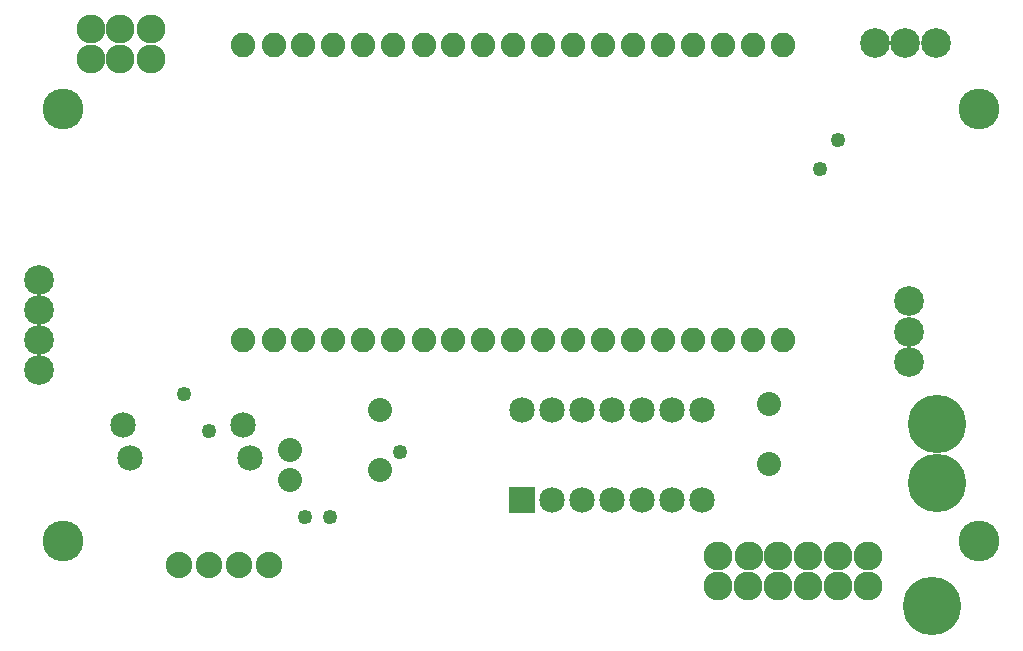
<source format=gbs>
G04 MADE WITH FRITZING*
G04 WWW.FRITZING.ORG*
G04 DOUBLE SIDED*
G04 HOLES PLATED*
G04 CONTOUR ON CENTER OF CONTOUR VECTOR*
%ASAXBY*%
%FSLAX23Y23*%
%MOIN*%
%OFA0B0*%
%SFA1.0B1.0*%
%ADD10C,0.088000*%
%ADD11C,0.049370*%
%ADD12C,0.080000*%
%ADD13C,0.096000*%
%ADD14C,0.081824*%
%ADD15C,0.085000*%
%ADD16C,0.135984*%
%ADD17C,0.195000*%
%ADD18C,0.099370*%
%ADD19R,0.085000X0.085000*%
%LNMASK0*%
G90*
G70*
G54D10*
X947Y295D03*
X847Y295D03*
X746Y295D03*
X646Y295D03*
G54D11*
X747Y741D03*
X2842Y1709D03*
X2784Y1612D03*
X1066Y454D03*
X1149Y455D03*
X1384Y669D03*
X662Y863D03*
G54D12*
X1316Y609D03*
X1316Y809D03*
X2612Y631D03*
X2612Y831D03*
G54D13*
X451Y2079D03*
X2548Y322D03*
X451Y1979D03*
X2844Y323D03*
X2545Y224D03*
X553Y2079D03*
X2744Y223D03*
X2444Y322D03*
X352Y2079D03*
X2944Y223D03*
X2845Y223D03*
X2645Y322D03*
X553Y1979D03*
X2744Y323D03*
X2444Y224D03*
X352Y1979D03*
X2944Y323D03*
X2645Y224D03*
G54D14*
X861Y1042D03*
X962Y1042D03*
X1061Y1042D03*
X1161Y1042D03*
X1261Y1042D03*
X1361Y1042D03*
X1462Y1042D03*
X1561Y1042D03*
X1661Y1042D03*
X1761Y1042D03*
X1861Y1042D03*
X1961Y1042D03*
X2061Y1042D03*
X2161Y1042D03*
X2260Y1042D03*
X2361Y1042D03*
X2460Y1042D03*
X2560Y1042D03*
X2661Y1042D03*
X2661Y2028D03*
X2560Y2028D03*
X2460Y2028D03*
X2361Y2028D03*
X2260Y2028D03*
X2161Y2028D03*
X2061Y2028D03*
X1961Y2028D03*
X1861Y2028D03*
X1761Y2028D03*
X1661Y2028D03*
X1561Y2028D03*
X1462Y2028D03*
X1361Y2028D03*
X1261Y2028D03*
X1161Y2028D03*
X1061Y2028D03*
X962Y2028D03*
X861Y2028D03*
G54D15*
X460Y760D03*
X860Y760D03*
X482Y649D03*
X882Y649D03*
X1789Y511D03*
X1789Y811D03*
X1889Y511D03*
X1889Y811D03*
X1989Y511D03*
X1989Y811D03*
X2089Y511D03*
X2089Y811D03*
X2189Y511D03*
X2189Y811D03*
X2289Y511D03*
X2289Y811D03*
X2389Y511D03*
X2389Y811D03*
G54D16*
X260Y1813D03*
X3313Y1813D03*
X260Y375D03*
X3313Y375D03*
G54D17*
X3174Y765D03*
X3158Y156D03*
X3173Y566D03*
G54D18*
X181Y1144D03*
X181Y1243D03*
X2968Y2033D03*
X3079Y970D03*
X181Y942D03*
X3169Y2033D03*
X3079Y1172D03*
X181Y1043D03*
X3067Y2033D03*
X3079Y1070D03*
G54D12*
X1016Y576D03*
X1016Y676D03*
G54D19*
X1789Y511D03*
G04 End of Mask0*
M02*
</source>
